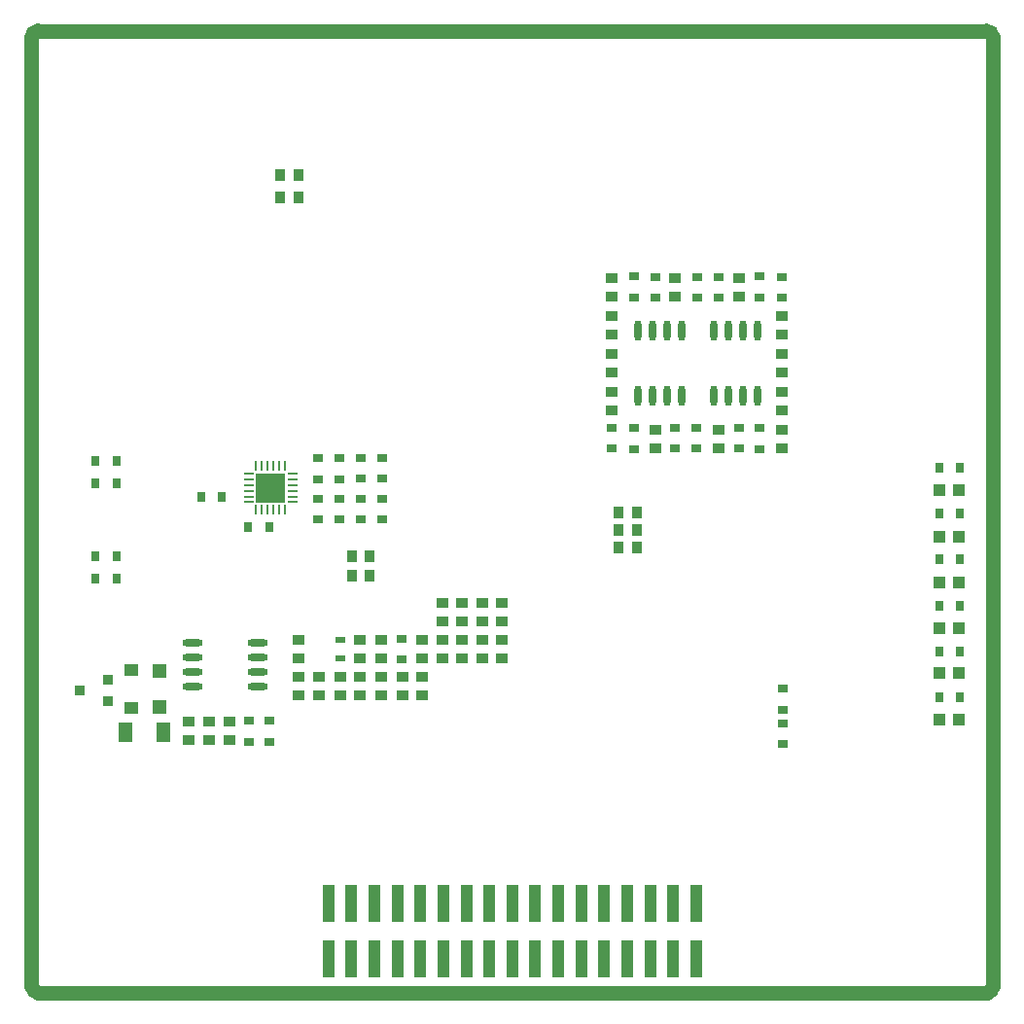
<source format=gbr>
G04*
G04 #@! TF.GenerationSoftware,Altium Limited,Altium Designer,24.1.2 (44)*
G04*
G04 Layer_Color=128*
%FSLAX44Y44*%
%MOMM*%
G71*
G04*
G04 #@! TF.SameCoordinates,1E1B0E3F-32AE-4E86-94FA-F8EE38DC9C5D*
G04*
G04*
G04 #@! TF.FilePolarity,Positive*
G04*
G01*
G75*
%ADD25C,1.2300*%
%ADD29R,0.9000X0.8000*%
%ADD31R,0.9000X1.0000*%
%ADD33R,1.0000X0.9000*%
%ADD37R,0.8000X0.9000*%
%ADD39R,0.9500X0.9000*%
%ADD49O,0.6000X1.8000*%
%ADD134R,1.0000X3.2000*%
%ADD135R,1.1000X1.0000*%
%ADD137O,1.8000X0.6000*%
%ADD138R,1.2000X1.0000*%
%ADD139R,1.3000X1.1500*%
%ADD140R,1.2700X1.6510*%
%ADD141R,0.9000X0.6000*%
%ADD142R,2.6500X2.6500*%
%ADD143R,0.8048X0.2746*%
%ADD144R,0.2746X0.8048*%
G36*
X202129Y444767D02*
X213379D01*
Y433517D01*
X202129D01*
Y444767D01*
D02*
G37*
G36*
Y458017D02*
X213379D01*
Y446767D01*
X202129D01*
Y458017D01*
D02*
G37*
G36*
X215379Y444767D02*
X226629D01*
Y433517D01*
X215379D01*
Y444767D01*
D02*
G37*
G36*
Y458017D02*
X226629D01*
Y446767D01*
X215379D01*
Y458017D01*
D02*
G37*
D25*
X12006Y843650D02*
G03*
X6356Y838012I0J-5650D01*
G01*
X6356Y12000D02*
G03*
X11994Y6350I5650J0D01*
G01*
X838006Y6350D02*
G03*
X843656Y11988I0J5650D01*
G01*
X843656Y838000D02*
G03*
X838024Y843650I-5650J0D01*
G01*
X843656Y12000D02*
X843656Y837975D01*
X12024Y843650D02*
X838006Y843650D01*
X12006Y6350D02*
X837981Y6350D01*
X6356Y12025D02*
X6356Y838000D01*
D29*
X660891Y240546D02*
D03*
X660890Y222388D02*
D03*
X660891Y252518D02*
D03*
X660892Y270676D02*
D03*
X195359Y224567D02*
D03*
X195360Y242726D02*
D03*
X213151Y224567D02*
D03*
X213153Y242726D02*
D03*
X328862Y314265D02*
D03*
X328861Y296106D02*
D03*
X255987Y417964D02*
D03*
X255988Y436123D02*
D03*
X274524Y417964D02*
D03*
X274525Y436123D02*
D03*
X293062Y418343D02*
D03*
X293063Y436502D02*
D03*
X311600Y418343D02*
D03*
X311601Y436502D02*
D03*
X311600Y453680D02*
D03*
X311601Y471838D02*
D03*
X255987Y453301D02*
D03*
X255988Y471460D02*
D03*
X274524Y453301D02*
D03*
X274525Y471460D02*
D03*
X293062Y453680D02*
D03*
X293063Y471838D02*
D03*
X511605Y479835D02*
D03*
X511607Y497994D02*
D03*
X585436D02*
D03*
X585435Y479835D02*
D03*
X622155Y497994D02*
D03*
X622154Y479835D02*
D03*
X640512Y479456D02*
D03*
X640513Y497615D02*
D03*
X530865Y479456D02*
D03*
X530866Y497615D02*
D03*
X566685Y497994D02*
D03*
X566684Y479835D02*
D03*
X640514Y629916D02*
D03*
X640513Y611757D02*
D03*
X659773Y611378D02*
D03*
X659774Y629537D02*
D03*
X604694Y611378D02*
D03*
X604695Y629537D02*
D03*
X585944Y611378D02*
D03*
X585945Y629537D02*
D03*
X549226D02*
D03*
X549225Y611378D02*
D03*
X530867Y629916D02*
D03*
X530866Y611757D02*
D03*
D31*
X238765Y698518D02*
D03*
X222765D02*
D03*
X238765Y718336D02*
D03*
X222765D02*
D03*
X517324Y393513D02*
D03*
X533325D02*
D03*
X533339Y409001D02*
D03*
X517339D02*
D03*
X517339Y424490D02*
D03*
X533339D02*
D03*
X285063Y369480D02*
D03*
X301063D02*
D03*
X285063Y385972D02*
D03*
X301063D02*
D03*
D33*
X142881Y241997D02*
D03*
Y225997D02*
D03*
X160674Y241997D02*
D03*
Y225997D02*
D03*
X178467Y241997D02*
D03*
Y225997D02*
D03*
X238704Y265102D02*
D03*
Y281102D02*
D03*
X310447D02*
D03*
Y265102D02*
D03*
X291909Y281102D02*
D03*
Y265102D02*
D03*
X275172D02*
D03*
Y281102D02*
D03*
X256635Y265102D02*
D03*
Y281102D02*
D03*
X329761Y265102D02*
D03*
Y281102D02*
D03*
X346390D02*
D03*
Y265102D02*
D03*
X363834Y329817D02*
D03*
Y345817D02*
D03*
X381278Y329817D02*
D03*
Y345817D02*
D03*
X398721Y329817D02*
D03*
Y345817D02*
D03*
X416165Y329817D02*
D03*
Y345817D02*
D03*
X416165Y297282D02*
D03*
Y313282D02*
D03*
X398721Y297282D02*
D03*
Y313282D02*
D03*
X381278Y297282D02*
D03*
Y313282D02*
D03*
X363834Y297282D02*
D03*
Y313282D02*
D03*
X292162Y297282D02*
D03*
Y313282D02*
D03*
X310700Y297282D02*
D03*
Y313282D02*
D03*
X346390Y297282D02*
D03*
Y313282D02*
D03*
X238957Y297282D02*
D03*
Y313282D02*
D03*
X659773Y529455D02*
D03*
Y513455D02*
D03*
Y546436D02*
D03*
Y562436D02*
D03*
Y579416D02*
D03*
Y595416D02*
D03*
X604694Y496475D02*
D03*
Y480475D02*
D03*
X659773Y496475D02*
D03*
Y480475D02*
D03*
X549225Y496475D02*
D03*
Y480475D02*
D03*
X511607Y513517D02*
D03*
Y529517D02*
D03*
Y546559D02*
D03*
Y562559D02*
D03*
Y595601D02*
D03*
Y579601D02*
D03*
X622155Y612397D02*
D03*
Y628397D02*
D03*
X566685D02*
D03*
Y612397D02*
D03*
X511607Y628397D02*
D03*
Y612397D02*
D03*
D37*
X796443Y263391D02*
D03*
X814602Y263390D02*
D03*
X796443Y303023D02*
D03*
X814602Y303022D02*
D03*
Y343358D02*
D03*
X796443Y343359D02*
D03*
X814602Y383342D02*
D03*
X796443Y383343D02*
D03*
X814602Y423326D02*
D03*
X796443Y423327D02*
D03*
Y463311D02*
D03*
X814602Y463310D02*
D03*
X80391Y469134D02*
D03*
X62232Y469135D02*
D03*
X80251Y449676D02*
D03*
X62092Y449677D02*
D03*
X80161Y386222D02*
D03*
X62002Y386223D02*
D03*
X80161Y366764D02*
D03*
X62002Y366765D02*
D03*
X153894Y438165D02*
D03*
X172053Y438164D02*
D03*
X195263Y411977D02*
D03*
X213422Y411976D02*
D03*
D39*
X73003Y259997D02*
D03*
Y278997D02*
D03*
X48003Y269497D02*
D03*
D49*
X572075Y526219D02*
D03*
X559375D02*
D03*
X546675D02*
D03*
X533975D02*
D03*
X572075Y582719D02*
D03*
X559375D02*
D03*
X546675D02*
D03*
X533975D02*
D03*
X600015Y582719D02*
D03*
X612715D02*
D03*
X625415D02*
D03*
X638115D02*
D03*
X600015Y526219D02*
D03*
X612715D02*
D03*
X625415D02*
D03*
X638115D02*
D03*
D134*
X585003Y35997D02*
D03*
Y83997D02*
D03*
X565003Y35997D02*
D03*
Y83997D02*
D03*
X545003Y35997D02*
D03*
Y83997D02*
D03*
X525003Y35997D02*
D03*
Y83997D02*
D03*
X505003Y35997D02*
D03*
Y83997D02*
D03*
X485003Y35997D02*
D03*
Y83997D02*
D03*
X465003Y35997D02*
D03*
Y83997D02*
D03*
X445003Y35997D02*
D03*
Y83997D02*
D03*
X425003Y35997D02*
D03*
Y83997D02*
D03*
X405003Y35997D02*
D03*
Y83997D02*
D03*
X385003Y35997D02*
D03*
Y83997D02*
D03*
X365003Y35997D02*
D03*
Y83997D02*
D03*
X345003Y35997D02*
D03*
Y83997D02*
D03*
X325003Y35997D02*
D03*
Y83997D02*
D03*
X305003Y35997D02*
D03*
Y83997D02*
D03*
X285003Y35997D02*
D03*
Y83997D02*
D03*
X265003Y35997D02*
D03*
Y83997D02*
D03*
D135*
X796906Y243634D02*
D03*
X813906D02*
D03*
X797179Y284481D02*
D03*
X814179D02*
D03*
X797142Y323457D02*
D03*
X814142D02*
D03*
X814179Y363475D02*
D03*
X797179D02*
D03*
X797142Y403425D02*
D03*
X814142D02*
D03*
X797142Y443409D02*
D03*
X814142D02*
D03*
D137*
X146881Y272555D02*
D03*
Y285255D02*
D03*
Y297955D02*
D03*
Y310655D02*
D03*
X203381Y272555D02*
D03*
Y285255D02*
D03*
Y297955D02*
D03*
Y310655D02*
D03*
D138*
X93003Y253977D02*
D03*
Y287017D02*
D03*
D139*
X118003Y254997D02*
D03*
Y285997D02*
D03*
D140*
X88493Y232996D02*
D03*
X121513D02*
D03*
D141*
X275425Y297034D02*
D03*
Y313034D02*
D03*
D142*
X214379Y445767D02*
D03*
D143*
X195355Y458267D02*
D03*
Y453267D02*
D03*
Y448267D02*
D03*
Y443267D02*
D03*
Y438267D02*
D03*
Y433267D02*
D03*
X233403D02*
D03*
Y438267D02*
D03*
Y443267D02*
D03*
Y448267D02*
D03*
Y453267D02*
D03*
Y458267D02*
D03*
D144*
X201879Y426743D02*
D03*
X206879D02*
D03*
X211879D02*
D03*
X216879D02*
D03*
X221879D02*
D03*
X226879D02*
D03*
Y464791D02*
D03*
X221879D02*
D03*
X216879D02*
D03*
X211879D02*
D03*
X206879D02*
D03*
X201879D02*
D03*
M02*

</source>
